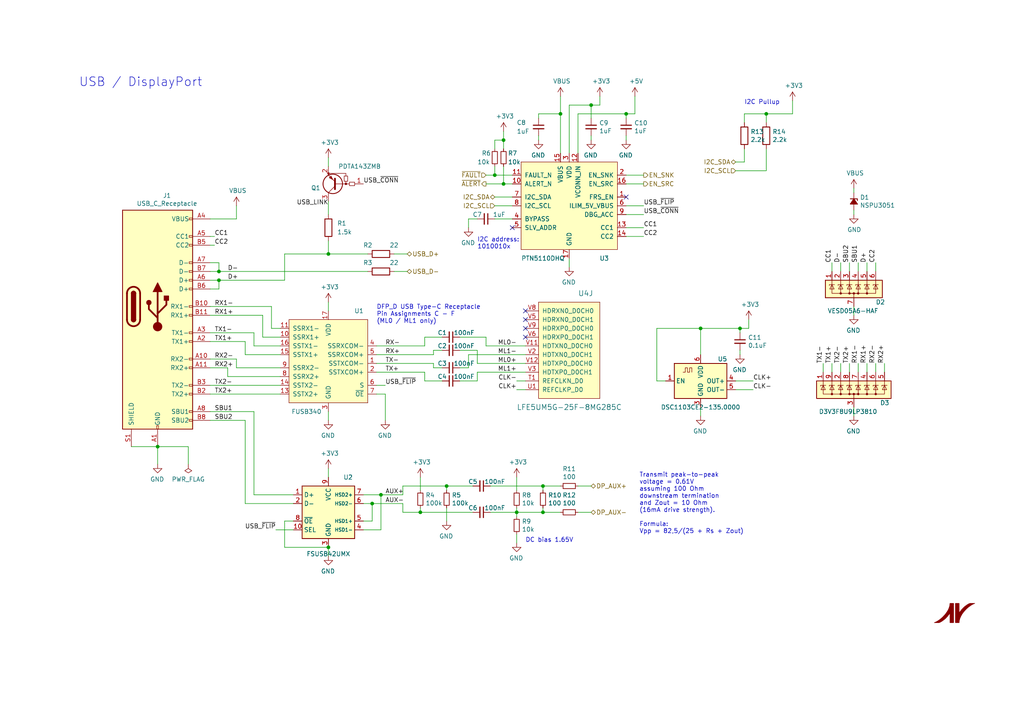
<source format=kicad_sch>
(kicad_sch (version 20210406) (generator eeschema)
  (paper "A4")
  (title_block (title "reDIP 64") (date "2021-06-12") (rev "0.2") (company "Nimrod") (comment 1 "© 2021 Dag Lem") (comment 2 "Licensed under CERN-OHL-S v2 (https://ohwr.org/cern_ohl_s_v2.txt)"))
  (junction (at 45.72 129.54) (diameter 0.9144))
  (junction (at 63.5 78.74) (diameter 0.9144))
  (junction (at 63.5 81.28) (diameter 0.9144))
  (junction (at 95.25 73.66) (diameter 0.9144))
  (junction (at 95.25 158.75) (diameter 0.9144))
  (junction (at 107.95 146.05) (diameter 0.9144))
  (junction (at 110.49 143.51) (diameter 0.9144))
  (junction (at 121.92 148.59) (diameter 0.9144))
  (junction (at 129.54 140.97) (diameter 0.9144))
  (junction (at 143.51 50.8) (diameter 0.9144))
  (junction (at 146.05 40.64) (diameter 0.9144))
  (junction (at 146.05 53.34) (diameter 0.9144))
  (junction (at 149.86 148.59) (diameter 0.9144))
  (junction (at 157.48 140.97) (diameter 0.9144))
  (junction (at 157.48 148.59) (diameter 0.9144))
  (junction (at 162.56 33.02) (diameter 0.9144))
  (junction (at 171.45 30.48) (diameter 0.9144))
  (junction (at 181.61 33.02) (diameter 0.9144))
  (junction (at 203.2 95.25) (diameter 0.9144))
  (junction (at 214.63 95.25) (diameter 0.9144))
  (junction (at 222.25 33.02) (diameter 0.9144))
  (no_connect (at 148.59 66.04))
  (no_connect (at 152.4 90.17))
  (no_connect (at 152.4 92.71))
  (no_connect (at 152.4 95.25))
  (no_connect (at 152.4 97.79))
  (no_connect (at 181.61 57.15))
  (wire (pts (xy 38.1 129.54) (xy 45.72 129.54)))
  (wire (pts (xy 45.72 129.54) (xy 45.72 134.62)))
  (wire (pts (xy 45.72 129.54) (xy 54.61 129.54)))
  (wire (pts (xy 54.61 129.54) (xy 54.61 134.62)))
  (wire (pts (xy 60.96 63.5) (xy 68.58 63.5)))
  (wire (pts (xy 60.96 68.58) (xy 62.23 68.58)))
  (wire (pts (xy 60.96 71.12) (xy 62.23 71.12)))
  (wire (pts (xy 60.96 76.2) (xy 63.5 76.2)))
  (wire (pts (xy 60.96 78.74) (xy 63.5 78.74)))
  (wire (pts (xy 60.96 81.28) (xy 63.5 81.28)))
  (wire (pts (xy 60.96 83.82) (xy 63.5 83.82)))
  (wire (pts (xy 60.96 88.9) (xy 78.74 88.9)))
  (wire (pts (xy 60.96 91.44) (xy 76.2 91.44)))
  (wire (pts (xy 60.96 96.52) (xy 73.66 96.52)))
  (wire (pts (xy 60.96 99.06) (xy 71.12 99.06)))
  (wire (pts (xy 60.96 104.14) (xy 68.58 104.14)))
  (wire (pts (xy 60.96 106.68) (xy 66.04 106.68)))
  (wire (pts (xy 60.96 111.76) (xy 81.28 111.76)))
  (wire (pts (xy 60.96 114.3) (xy 81.28 114.3)))
  (wire (pts (xy 60.96 119.38) (xy 73.66 119.38)))
  (wire (pts (xy 60.96 121.92) (xy 71.12 121.92)))
  (wire (pts (xy 63.5 78.74) (xy 63.5 76.2)))
  (wire (pts (xy 63.5 78.74) (xy 106.68 78.74)))
  (wire (pts (xy 63.5 81.28) (xy 82.55 81.28)))
  (wire (pts (xy 63.5 83.82) (xy 63.5 81.28)))
  (wire (pts (xy 66.04 106.68) (xy 66.04 109.22)))
  (wire (pts (xy 66.04 109.22) (xy 81.28 109.22)))
  (wire (pts (xy 68.58 63.5) (xy 68.58 59.69)))
  (wire (pts (xy 68.58 104.14) (xy 68.58 106.68)))
  (wire (pts (xy 68.58 106.68) (xy 81.28 106.68)))
  (wire (pts (xy 71.12 99.06) (xy 71.12 102.87)))
  (wire (pts (xy 71.12 102.87) (xy 81.28 102.87)))
  (wire (pts (xy 71.12 121.92) (xy 71.12 146.05)))
  (wire (pts (xy 71.12 146.05) (xy 85.09 146.05)))
  (wire (pts (xy 73.66 96.52) (xy 73.66 100.33)))
  (wire (pts (xy 73.66 100.33) (xy 81.28 100.33)))
  (wire (pts (xy 73.66 119.38) (xy 73.66 143.51)))
  (wire (pts (xy 73.66 143.51) (xy 85.09 143.51)))
  (wire (pts (xy 76.2 91.44) (xy 76.2 97.79)))
  (wire (pts (xy 76.2 97.79) (xy 81.28 97.79)))
  (wire (pts (xy 78.74 88.9) (xy 78.74 95.25)))
  (wire (pts (xy 78.74 95.25) (xy 81.28 95.25)))
  (wire (pts (xy 80.01 153.67) (xy 85.09 153.67)))
  (wire (pts (xy 82.55 73.66) (xy 95.25 73.66)))
  (wire (pts (xy 82.55 81.28) (xy 82.55 73.66)))
  (wire (pts (xy 82.55 151.13) (xy 82.55 158.75)))
  (wire (pts (xy 82.55 151.13) (xy 85.09 151.13)))
  (wire (pts (xy 82.55 158.75) (xy 95.25 158.75)))
  (wire (pts (xy 95.25 48.26) (xy 95.25 45.72)))
  (wire (pts (xy 95.25 62.23) (xy 95.25 58.42)))
  (wire (pts (xy 95.25 69.85) (xy 95.25 73.66)))
  (wire (pts (xy 95.25 73.66) (xy 106.68 73.66)))
  (wire (pts (xy 95.25 90.17) (xy 95.25 87.63)))
  (wire (pts (xy 95.25 119.38) (xy 95.25 121.92)))
  (wire (pts (xy 95.25 138.43) (xy 95.25 135.89)))
  (wire (pts (xy 95.25 158.75) (xy 95.25 161.29)))
  (wire (pts (xy 105.41 143.51) (xy 110.49 143.51)))
  (wire (pts (xy 105.41 146.05) (xy 107.95 146.05)))
  (wire (pts (xy 105.41 151.13) (xy 107.95 151.13)))
  (wire (pts (xy 105.41 153.67) (xy 110.49 153.67)))
  (wire (pts (xy 107.95 146.05) (xy 116.84 146.05)))
  (wire (pts (xy 107.95 151.13) (xy 107.95 146.05)))
  (wire (pts (xy 109.22 100.33) (xy 123.19 100.33)))
  (wire (pts (xy 109.22 102.87) (xy 125.73 102.87)))
  (wire (pts (xy 109.22 105.41) (xy 125.73 105.41)))
  (wire (pts (xy 109.22 107.95) (xy 123.19 107.95)))
  (wire (pts (xy 109.22 111.76) (xy 111.76 111.76)))
  (wire (pts (xy 109.22 114.3) (xy 111.76 114.3)))
  (wire (pts (xy 110.49 143.51) (xy 116.84 143.51)))
  (wire (pts (xy 110.49 153.67) (xy 110.49 143.51)))
  (wire (pts (xy 111.76 114.3) (xy 111.76 121.92)))
  (wire (pts (xy 114.3 73.66) (xy 118.11 73.66)))
  (wire (pts (xy 114.3 78.74) (xy 118.11 78.74)))
  (wire (pts (xy 116.84 140.97) (xy 129.54 140.97)))
  (wire (pts (xy 116.84 143.51) (xy 116.84 140.97)))
  (wire (pts (xy 116.84 146.05) (xy 116.84 148.59)))
  (wire (pts (xy 116.84 148.59) (xy 121.92 148.59)))
  (wire (pts (xy 121.92 142.24) (xy 121.92 138.43)))
  (wire (pts (xy 121.92 148.59) (xy 121.92 147.32)))
  (wire (pts (xy 121.92 148.59) (xy 137.16 148.59)))
  (wire (pts (xy 123.19 97.79) (xy 128.27 97.79)))
  (wire (pts (xy 123.19 100.33) (xy 123.19 97.79)))
  (wire (pts (xy 123.19 107.95) (xy 123.19 110.49)))
  (wire (pts (xy 123.19 110.49) (xy 128.27 110.49)))
  (wire (pts (xy 125.73 101.6) (xy 128.27 101.6)))
  (wire (pts (xy 125.73 102.87) (xy 125.73 101.6)))
  (wire (pts (xy 125.73 106.68) (xy 125.73 105.41)))
  (wire (pts (xy 128.27 106.68) (xy 125.73 106.68)))
  (wire (pts (xy 129.54 140.97) (xy 129.54 142.24)))
  (wire (pts (xy 129.54 140.97) (xy 137.16 140.97)))
  (wire (pts (xy 129.54 147.32) (xy 129.54 151.13)))
  (wire (pts (xy 133.35 97.79) (xy 140.97 97.79)))
  (wire (pts (xy 133.35 101.6) (xy 138.43 101.6)))
  (wire (pts (xy 135.89 63.5) (xy 135.89 66.04)))
  (wire (pts (xy 135.89 102.87) (xy 135.89 106.68)))
  (wire (pts (xy 135.89 102.87) (xy 152.4 102.87)))
  (wire (pts (xy 135.89 106.68) (xy 133.35 106.68)))
  (wire (pts (xy 138.43 63.5) (xy 135.89 63.5)))
  (wire (pts (xy 138.43 101.6) (xy 138.43 105.41)))
  (wire (pts (xy 138.43 105.41) (xy 152.4 105.41)))
  (wire (pts (xy 138.43 107.95) (xy 138.43 110.49)))
  (wire (pts (xy 138.43 107.95) (xy 152.4 107.95)))
  (wire (pts (xy 138.43 110.49) (xy 133.35 110.49)))
  (wire (pts (xy 140.97 50.8) (xy 143.51 50.8)))
  (wire (pts (xy 140.97 97.79) (xy 140.97 100.33)))
  (wire (pts (xy 140.97 100.33) (xy 152.4 100.33)))
  (wire (pts (xy 142.24 140.97) (xy 157.48 140.97)))
  (wire (pts (xy 142.24 148.59) (xy 149.86 148.59)))
  (wire (pts (xy 143.51 40.64) (xy 146.05 40.64)))
  (wire (pts (xy 143.51 43.18) (xy 143.51 40.64)))
  (wire (pts (xy 143.51 48.26) (xy 143.51 50.8)))
  (wire (pts (xy 143.51 50.8) (xy 148.59 50.8)))
  (wire (pts (xy 146.05 38.1) (xy 146.05 40.64)))
  (wire (pts (xy 146.05 40.64) (xy 146.05 43.18)))
  (wire (pts (xy 146.05 48.26) (xy 146.05 53.34)))
  (wire (pts (xy 146.05 53.34) (xy 140.97 53.34)))
  (wire (pts (xy 148.59 53.34) (xy 146.05 53.34)))
  (wire (pts (xy 148.59 57.15) (xy 143.51 57.15)))
  (wire (pts (xy 148.59 59.69) (xy 143.51 59.69)))
  (wire (pts (xy 148.59 63.5) (xy 143.51 63.5)))
  (wire (pts (xy 149.86 142.24) (xy 149.86 138.43)))
  (wire (pts (xy 149.86 148.59) (xy 149.86 147.32)))
  (wire (pts (xy 149.86 148.59) (xy 157.48 148.59)))
  (wire (pts (xy 149.86 149.86) (xy 149.86 148.59)))
  (wire (pts (xy 149.86 154.94) (xy 149.86 157.48)))
  (wire (pts (xy 152.4 110.49) (xy 149.86 110.49)))
  (wire (pts (xy 152.4 113.03) (xy 149.86 113.03)))
  (wire (pts (xy 156.21 33.02) (xy 162.56 33.02)))
  (wire (pts (xy 156.21 34.29) (xy 156.21 33.02)))
  (wire (pts (xy 156.21 39.37) (xy 156.21 40.64)))
  (wire (pts (xy 157.48 140.97) (xy 157.48 142.24)))
  (wire (pts (xy 157.48 140.97) (xy 162.56 140.97)))
  (wire (pts (xy 157.48 147.32) (xy 157.48 148.59)))
  (wire (pts (xy 157.48 148.59) (xy 162.56 148.59)))
  (wire (pts (xy 162.56 33.02) (xy 162.56 27.94)))
  (wire (pts (xy 162.56 44.45) (xy 162.56 33.02)))
  (wire (pts (xy 165.1 30.48) (xy 165.1 44.45)))
  (wire (pts (xy 165.1 30.48) (xy 171.45 30.48)))
  (wire (pts (xy 165.1 74.93) (xy 165.1 77.47)))
  (wire (pts (xy 167.64 33.02) (xy 167.64 44.45)))
  (wire (pts (xy 167.64 33.02) (xy 181.61 33.02)))
  (wire (pts (xy 167.64 140.97) (xy 171.45 140.97)))
  (wire (pts (xy 167.64 148.59) (xy 171.45 148.59)))
  (wire (pts (xy 171.45 30.48) (xy 171.45 34.29)))
  (wire (pts (xy 171.45 30.48) (xy 173.99 30.48)))
  (wire (pts (xy 171.45 39.37) (xy 171.45 40.64)))
  (wire (pts (xy 173.99 27.94) (xy 173.99 30.48)))
  (wire (pts (xy 181.61 33.02) (xy 181.61 34.29)))
  (wire (pts (xy 181.61 33.02) (xy 184.15 33.02)))
  (wire (pts (xy 181.61 39.37) (xy 181.61 40.64)))
  (wire (pts (xy 181.61 50.8) (xy 186.69 50.8)))
  (wire (pts (xy 181.61 53.34) (xy 186.69 53.34)))
  (wire (pts (xy 181.61 59.69) (xy 186.69 59.69)))
  (wire (pts (xy 181.61 62.23) (xy 186.69 62.23)))
  (wire (pts (xy 181.61 66.04) (xy 186.69 66.04)))
  (wire (pts (xy 181.61 68.58) (xy 186.69 68.58)))
  (wire (pts (xy 184.15 27.94) (xy 184.15 33.02)))
  (wire (pts (xy 190.5 95.25) (xy 190.5 110.49)))
  (wire (pts (xy 190.5 95.25) (xy 203.2 95.25)))
  (wire (pts (xy 193.04 110.49) (xy 190.5 110.49)))
  (wire (pts (xy 203.2 95.25) (xy 203.2 102.87)))
  (wire (pts (xy 203.2 118.11) (xy 203.2 120.65)))
  (wire (pts (xy 213.36 46.99) (xy 215.9 46.99)))
  (wire (pts (xy 213.36 49.53) (xy 222.25 49.53)))
  (wire (pts (xy 213.36 110.49) (xy 218.44 110.49)))
  (wire (pts (xy 213.36 113.03) (xy 218.44 113.03)))
  (wire (pts (xy 214.63 95.25) (xy 203.2 95.25)))
  (wire (pts (xy 214.63 96.52) (xy 214.63 95.25)))
  (wire (pts (xy 214.63 101.6) (xy 214.63 102.87)))
  (wire (pts (xy 215.9 33.02) (xy 215.9 35.56)))
  (wire (pts (xy 215.9 46.99) (xy 215.9 43.18)))
  (wire (pts (xy 217.17 95.25) (xy 214.63 95.25)))
  (wire (pts (xy 217.17 95.25) (xy 217.17 92.71)))
  (wire (pts (xy 222.25 33.02) (xy 215.9 33.02)))
  (wire (pts (xy 222.25 33.02) (xy 222.25 35.56)))
  (wire (pts (xy 222.25 33.02) (xy 229.87 33.02)))
  (wire (pts (xy 222.25 43.18) (xy 222.25 49.53)))
  (wire (pts (xy 229.87 29.21) (xy 229.87 33.02)))
  (wire (pts (xy 238.76 107.95) (xy 238.76 105.41)))
  (wire (pts (xy 241.3 78.74) (xy 241.3 76.2)))
  (wire (pts (xy 241.3 107.95) (xy 241.3 105.41)))
  (wire (pts (xy 243.84 78.74) (xy 243.84 76.2)))
  (wire (pts (xy 243.84 107.95) (xy 243.84 105.41)))
  (wire (pts (xy 246.38 78.74) (xy 246.38 76.2)))
  (wire (pts (xy 246.38 107.95) (xy 246.38 105.41)))
  (wire (pts (xy 247.65 55.88) (xy 247.65 54.61)))
  (wire (pts (xy 247.65 60.96) (xy 247.65 62.23)))
  (wire (pts (xy 247.65 88.9) (xy 247.65 91.44)))
  (wire (pts (xy 247.65 118.11) (xy 247.65 120.65)))
  (wire (pts (xy 248.92 78.74) (xy 248.92 76.2)))
  (wire (pts (xy 248.92 107.95) (xy 248.92 105.41)))
  (wire (pts (xy 251.46 78.74) (xy 251.46 76.2)))
  (wire (pts (xy 251.46 107.95) (xy 251.46 105.41)))
  (wire (pts (xy 254 78.74) (xy 254 76.2)))
  (wire (pts (xy 254 107.95) (xy 254 105.41)))
  (wire (pts (xy 256.54 107.95) (xy 256.54 105.41)))
  (text "USB / DisplayPort" (at 22.86 25.4 0) (effects (font (size 2.54 2.54)) (justify left bottom)))
  (text "DFP_D USB Type-C Receptacle\nPin Assignments C - F\n(ML0 / ML1 only)" (at 109.22 93.98 0) (effects (font (size 1.27 1.27)) (justify left bottom)))
  (text "I2C address:\n1010010x" (at 138.43 72.39 0) (effects (font (size 1.27 1.27)) (justify left bottom)))
  (text "DC bias 1.65V" (at 152.4 157.48 0) (effects (font (size 1.27 1.27)) (justify left bottom)))
  (text "Transmit peak-to-peak\nvoltage = 0.61V\nassuming 100 Ohm\ndownstream termination\nand Zout = 10 Ohm\n(16mA drive strength).\n\nFormula:\nVpp = 82,5/(25 + Rs + Zout)" (at 185.42 154.94 0) (effects (font (size 1.27 1.27)) (justify left bottom)))
  (text "I2C Pullup" (at 215.9 30.48 0) (effects (font (size 1.27 1.27)) (justify left bottom)))
  (label "CC1" (at 62.23 68.58 0))
  (label "CC2" (at 62.23 71.12 0))
  (label "RX1-" (at 62.23 88.9 0))
  (label "RX1+" (at 62.23 91.44 0))
  (label "TX1-" (at 62.23 96.52 0))
  (label "TX1+" (at 62.23 99.06 0))
  (label "RX2-" (at 62.23 104.14 0))
  (label "RX2+" (at 62.23 106.68 0))
  (label "TX2-" (at 62.23 111.76 0))
  (label "TX2+" (at 62.23 114.3 0))
  (label "SBU1" (at 62.23 119.38 0))
  (label "SBU2" (at 62.23 121.92 0))
  (label "D-" (at 66.04 78.74 0))
  (label "D+" (at 66.04 81.28 0))
  (label "USB_~FLIP~" (at 80.01 153.67 180))
  (label "USB_LINK" (at 95.25 59.69 180))
  (label "USB_~CONN~" (at 105.41 53.34 0))
  (label "RX-" (at 111.76 100.33 0))
  (label "RX+" (at 111.76 102.87 0))
  (label "TX-" (at 111.76 105.41 0))
  (label "TX+" (at 111.76 107.95 0))
  (label "USB_~FLIP~" (at 111.76 111.76 0))
  (label "AUX+" (at 111.76 143.51 0))
  (label "AUX-" (at 111.76 146.05 0))
  (label "ML0-" (at 149.86 100.33 180))
  (label "ML1-" (at 149.86 102.87 180))
  (label "ML0+" (at 149.86 105.41 180))
  (label "ML1+" (at 149.86 107.95 180))
  (label "CLK-" (at 149.86 110.49 180))
  (label "CLK+" (at 149.86 113.03 180))
  (label "USB_~FLIP~" (at 186.69 59.69 0))
  (label "USB_~CONN~" (at 186.69 62.23 0))
  (label "CC1" (at 186.69 66.04 0))
  (label "CC2" (at 186.69 68.58 0))
  (label "CLK+" (at 218.44 110.49 0))
  (label "CLK-" (at 218.44 113.03 0))
  (label "TX1-" (at 238.76 105.41 90))
  (label "CC1" (at 241.3 76.2 90))
  (label "TX1+" (at 241.3 105.41 90))
  (label "D-" (at 243.84 76.2 90))
  (label "TX2-" (at 243.84 105.41 90))
  (label "SBU2" (at 246.38 76.2 90))
  (label "TX2+" (at 246.38 105.41 90))
  (label "SBU1" (at 248.92 76.2 90))
  (label "RX1-" (at 248.92 105.41 90))
  (label "D+" (at 251.46 76.2 90))
  (label "RX1+" (at 251.46 105.41 90))
  (label "CC2" (at 254 76.2 90))
  (label "RX2-" (at 254 105.41 90))
  (label "RX2+" (at 256.54 105.41 90))
  (hierarchical_label "USB_D+" (shape bidirectional) (at 118.11 73.66 0))
  (hierarchical_label "USB_D-" (shape bidirectional) (at 118.11 78.74 0))
  (hierarchical_label "~FAULT~" (shape input) (at 140.97 50.8 180))
  (hierarchical_label "~ALERT~" (shape output) (at 140.97 53.34 180))
  (hierarchical_label "I2C_SDA" (shape bidirectional) (at 143.51 57.15 180))
  (hierarchical_label "I2C_SCL" (shape input) (at 143.51 59.69 180))
  (hierarchical_label "DP_AUX+" (shape bidirectional) (at 171.45 140.97 0))
  (hierarchical_label "DP_AUX-" (shape bidirectional) (at 171.45 148.59 0))
  (hierarchical_label "EN_SNK" (shape output) (at 186.69 50.8 0))
  (hierarchical_label "EN_SRC" (shape output) (at 186.69 53.34 0))
  (hierarchical_label "I2C_SDA" (shape bidirectional) (at 213.36 46.99 180))
  (hierarchical_label "I2C_SCL" (shape input) (at 213.36 49.53 180))
  (symbol (lib_id "power:VBUS") (at 68.58 59.69 0) (unit 1)
    (property "Reference" "#PWR02" (effects hide))
    (property "Value" "VBUS" (at 68.961 55.2958 0))
  )
  (symbol (lib_id "power:+3V3") (at 95.25 45.72 0) (unit 1)
    (property "Reference" "#PWR03" (effects hide))
    (property "Value" "+3V3" (at 95.631 41.3258 0))
  )
  (symbol (lib_id "power:+3V3") (at 95.25 87.63 0) (unit 1)
    (property "Reference" "#PWR04" (effects hide))
    (property "Value" "+3V3" (at 95.631 83.2358 0))
  )
  (symbol (lib_id "power:+3V3") (at 95.25 135.89 0) (unit 1)
    (property "Reference" "#PWR06" (effects hide))
    (property "Value" "+3V3" (at 95.631 131.4958 0))
  )
  (symbol (lib_id "power:+3V3") (at 121.92 138.43 0) (unit 1)
    (property "Reference" "#PWR09" (effects hide))
    (property "Value" "+3V3" (at 122.301 134.0358 0))
  )
  (symbol (lib_id "power:+3V3") (at 146.05 38.1 0) (unit 1)
    (property "Reference" "#PWR012" (effects hide))
    (property "Value" "+3V3" (at 146.431 33.7058 0))
  )
  (symbol (lib_id "power:+3V3") (at 149.86 138.43 0) (unit 1)
    (property "Reference" "#PWR013" (effects hide))
    (property "Value" "+3V3" (at 150.241 134.0358 0))
  )
  (symbol (lib_id "power:VBUS") (at 162.56 27.94 0) (unit 1)
    (property "Reference" "#PWR016" (effects hide))
    (property "Value" "VBUS" (at 162.941 23.5458 0))
  )
  (symbol (lib_id "power:+3V3") (at 173.99 27.94 0) (unit 1)
    (property "Reference" "#PWR019" (effects hide))
    (property "Value" "+3V3" (at 174.371 23.5458 0))
  )
  (symbol (lib_id "power:+5V") (at 184.15 27.94 0) (unit 1)
    (property "Reference" "#PWR021" (effects hide))
    (property "Value" "+5V" (at 184.531 23.5458 0))
  )
  (symbol (lib_id "power:+3V3") (at 217.17 92.71 0) (unit 1)
    (property "Reference" "#PWR024" (effects hide))
    (property "Value" "+3V3" (at 217.551 88.3158 0))
  )
  (symbol (lib_id "power:+3V3") (at 229.87 29.21 0) (unit 1)
    (property "Reference" "#PWR025" (effects hide))
    (property "Value" "+3V3" (at 230.251 24.8158 0))
  )
  (symbol (lib_id "power:VBUS") (at 247.65 54.61 0) (unit 1)
    (property "Reference" "#PWR026" (effects hide))
    (property "Value" "VBUS" (at 248.031 50.2158 0))
  )
  (symbol (lib_id "power:PWR_FLAG") (at 54.61 134.62 180) (unit 1)
    (property "Reference" "#FLG01" (effects hide))
    (property "Value" "PWR_FLAG" (at 54.61 139.0142 0))
  )
  (symbol (lib_id "power:GND") (at 45.72 134.62 0) (mirror y) (unit 1)
    (property "Reference" "#PWR01" (effects hide))
    (property "Value" "GND" (at 45.593 139.0142 0))
  )
  (symbol (lib_id "power:GND") (at 95.25 121.92 0) (mirror y) (unit 1)
    (property "Reference" "#PWR05" (effects hide))
    (property "Value" "GND" (at 95.123 126.3142 0))
  )
  (symbol (lib_id "power:GND") (at 95.25 161.29 0) (mirror y) (unit 1)
    (property "Reference" "#PWR07" (effects hide))
    (property "Value" "GND" (at 95.123 165.6842 0))
  )
  (symbol (lib_id "power:GND") (at 111.76 121.92 0) (mirror y) (unit 1)
    (property "Reference" "#PWR08" (effects hide))
    (property "Value" "GND" (at 111.633 126.3142 0))
  )
  (symbol (lib_id "power:GND") (at 129.54 151.13 0) (mirror y) (unit 1)
    (property "Reference" "#PWR010" (effects hide))
    (property "Value" "GND" (at 129.413 155.5242 0))
  )
  (symbol (lib_id "power:GND") (at 135.89 66.04 0) (mirror y) (unit 1)
    (property "Reference" "#PWR011" (effects hide))
    (property "Value" "GND" (at 135.763 70.4342 0))
  )
  (symbol (lib_id "power:GND") (at 149.86 157.48 0) (mirror y) (unit 1)
    (property "Reference" "#PWR014" (effects hide))
    (property "Value" "GND" (at 149.733 161.8742 0))
  )
  (symbol (lib_id "power:GND") (at 156.21 40.64 0) (mirror y) (unit 1)
    (property "Reference" "#PWR015" (effects hide))
    (property "Value" "GND" (at 156.083 45.0342 0))
  )
  (symbol (lib_id "power:GND") (at 165.1 77.47 0) (mirror y) (unit 1)
    (property "Reference" "#PWR017" (effects hide))
    (property "Value" "GND" (at 164.973 81.8642 0))
  )
  (symbol (lib_id "power:GND") (at 171.45 40.64 0) (mirror y) (unit 1)
    (property "Reference" "#PWR018" (effects hide))
    (property "Value" "GND" (at 171.323 45.0342 0))
  )
  (symbol (lib_id "power:GND") (at 181.61 40.64 0) (mirror y) (unit 1)
    (property "Reference" "#PWR020" (effects hide))
    (property "Value" "GND" (at 181.483 45.0342 0))
  )
  (symbol (lib_id "power:GND") (at 203.2 120.65 0) (mirror y) (unit 1)
    (property "Reference" "#PWR022" (effects hide))
    (property "Value" "GND" (at 203.073 125.0442 0))
  )
  (symbol (lib_id "power:GND") (at 214.63 102.87 0) (mirror y) (unit 1)
    (property "Reference" "#PWR023" (effects hide))
    (property "Value" "GND" (at 214.503 107.2642 0))
  )
  (symbol (lib_id "power:GND") (at 247.65 62.23 0) (unit 1)
    (property "Reference" "#PWR027" (effects hide))
    (property "Value" "GND" (at 247.777 66.6242 0))
  )
  (symbol (lib_id "power:GND") (at 247.65 91.44 0) (mirror y) (unit 1)
    (property "Reference" "#PWR028" (effects hide))
    (property "Value" "GND" (at 247.523 95.8342 0))
  )
  (symbol (lib_id "power:GND") (at 247.65 120.65 0) (mirror y) (unit 1)
    (property "Reference" "#PWR029" (effects hide))
    (property "Value" "GND" (at 247.523 125.0442 0))
  )
  (symbol (lib_id "Device:R_Small") (at 121.92 144.78 0) (unit 1)
    (property "Reference" "R4" (at 123.4186 143.6116 0) (effects (justify left)))
    (property "Value" "100k" (at 123.4186 145.923 0) (effects (justify left)))
    (property "Footprint" "Resistor_SMD:R_0201_0603Metric" (effects hide))
    (property "Datasheet" "https://b2b-api.panasonic.eu/file_stream/pids/fileversion/1242" (effects hide))
    (property "Description" "RES 100kΩ 50mW 5% 0201" (effects hide))
    (property "Mfg" "Panasonic" (effects hide))
    (property "PN" "ERJ-1GNJ104C" (effects hide))
  )
  (symbol (lib_id "Device:R_Small") (at 129.54 144.78 0) (unit 1)
    (property "Reference" "R5" (at 131.0386 143.6116 0) (effects (justify left)))
    (property "Value" "100k" (at 131.0386 145.923 0) (effects (justify left)))
    (property "Footprint" "Resistor_SMD:R_0201_0603Metric" (effects hide))
    (property "Datasheet" "https://b2b-api.panasonic.eu/file_stream/pids/fileversion/1242" (effects hide))
    (property "Description" "RES 100kΩ 50mW 5% 0201" (effects hide))
    (property "Mfg" "Panasonic" (effects hide))
    (property "PN" "ERJ-1GNJ104C" (effects hide))
  )
  (symbol (lib_id "Device:R_Small") (at 143.51 45.72 0) (unit 1)
    (property "Reference" "R6" (at 139.7 44.45 0) (effects (justify left)))
    (property "Value" "10k" (at 138.43 46.99 0) (effects (justify left)))
    (property "Footprint" "Resistor_SMD:R_0201_0603Metric" (effects hide))
    (property "Datasheet" "https://b2b-api.panasonic.eu/file_stream/pids/fileversion/1242" (effects hide))
    (property "Description" "RES 10kΩ 50mW 5% 0201" (effects hide))
    (property "Mfg" "Panasonic" (effects hide))
    (property "PN" "ERJ-1GNJ103C" (effects hide))
  )
  (symbol (lib_id "Device:R_Small") (at 146.05 45.72 0) (unit 1)
    (property "Reference" "R7" (at 147.32 44.45 0) (effects (justify left)))
    (property "Value" "10k" (at 147.32 46.99 0) (effects (justify left)))
    (property "Footprint" "Resistor_SMD:R_0201_0603Metric" (effects hide))
    (property "Datasheet" "https://b2b-api.panasonic.eu/file_stream/pids/fileversion/1242" (effects hide))
    (property "Description" "RES 10kΩ 50mW 5% 0201" (effects hide))
    (property "Mfg" "Panasonic" (effects hide))
    (property "PN" "ERJ-1GNJ103C" (effects hide))
  )
  (symbol (lib_id "Device:R_Small") (at 149.86 144.78 0) (unit 1)
    (property "Reference" "R8" (at 151.3586 143.6116 0) (effects (justify left)))
    (property "Value" "10k" (at 151.3586 145.923 0) (effects (justify left)))
    (property "Footprint" "Resistor_SMD:R_0201_0603Metric" (effects hide))
    (property "Datasheet" "https://b2b-api.panasonic.eu/file_stream/pids/fileversion/1242" (effects hide))
    (property "Description" "RES 10kΩ 50mW 5% 0201" (effects hide))
    (property "Mfg" "Panasonic" (effects hide))
    (property "PN" "ERJ-1GNJ103C" (effects hide))
  )
  (symbol (lib_id "Device:R_Small") (at 149.86 152.4 0) (unit 1)
    (property "Reference" "R9" (at 151.3586 151.2316 0) (effects (justify left)))
    (property "Value" "10k" (at 151.3586 153.543 0) (effects (justify left)))
    (property "Footprint" "Resistor_SMD:R_0201_0603Metric" (effects hide))
    (property "Datasheet" "https://b2b-api.panasonic.eu/file_stream/pids/fileversion/1242" (effects hide))
    (property "Description" "RES 10kΩ 50mW 5% 0201" (effects hide))
    (property "Mfg" "Panasonic" (effects hide))
    (property "PN" "ERJ-1GNJ103C" (effects hide))
  )
  (symbol (lib_id "Device:R_Small") (at 157.48 144.78 0) (unit 1)
    (property "Reference" "R10" (at 158.9786 143.6116 0) (effects (justify left)))
    (property "Value" "100" (at 158.9786 145.923 0) (effects (justify left)))
    (property "Footprint" "Resistor_SMD:R_0201_0603Metric" (effects hide))
    (property "Datasheet" "https://b2b-api.panasonic.eu/file_stream/pids/fileversion/1242" (effects hide))
    (property "Description" "RES 100Ω 50mW 1% 0201" (effects hide))
    (property "Mfg" "Panasonic" (effects hide))
    (property "PN" "ERJ-1GNF1000C" (effects hide))
  )
  (symbol (lib_id "Device:R_Small") (at 165.1 140.97 270) (unit 1)
    (property "Reference" "R11" (at 165.1 135.9916 90))
    (property "Value" "100" (at 165.1 138.303 90))
    (property "Footprint" "Resistor_SMD:R_0201_0603Metric" (effects hide))
    (property "Datasheet" "https://b2b-api.panasonic.eu/file_stream/pids/fileversion/1242" (effects hide))
    (property "Description" "RES 100Ω 50mW 1% 0201" (effects hide))
    (property "Mfg" "Panasonic" (effects hide))
    (property "PN" "ERJ-1GNF1000C" (effects hide))
  )
  (symbol (lib_id "Device:R_Small") (at 165.1 148.59 270) (unit 1)
    (property "Reference" "R12" (at 165.1 143.6116 90))
    (property "Value" "100" (at 165.1 145.923 90))
    (property "Footprint" "Resistor_SMD:R_0201_0603Metric" (effects hide))
    (property "Datasheet" "https://b2b-api.panasonic.eu/file_stream/pids/fileversion/1242" (effects hide))
    (property "Description" "RES 100Ω 50mW 1% 0201" (effects hide))
    (property "Mfg" "Panasonic" (effects hide))
    (property "PN" "ERJ-1GNF1000C" (effects hide))
  )
  (symbol (lib_id "Device:D_Zener_Small_Filled") (at 247.65 58.42 270) (unit 1)
    (property "Reference" "D1" (at 249.428 57.2516 90) (effects (justify left)))
    (property "Value" "NSPU3051" (at 249.428 59.563 90) (effects (justify left)))
    (property "Footprint" "ONSemi:CASE714AB_1.0x0.6mm" (effects hide))
    (property "Datasheet" "https://www.onsemi.com/pdf/datasheet/nspu3051-d.pdf" (effects hide))
    (property "Description" "DIODE ESD VRWM 5.5V 0201" (effects hide))
    (property "Mfg" "ON Semiconductor" (effects hide))
    (property "PN" "NSPU3051N2T5G" (effects hide))
  )
  (symbol (lib_id "Device:R") (at 95.25 66.04 180) (unit 1)
    (property "Reference" "R1" (at 97.79 64.77 0) (effects (justify right)))
    (property "Value" "1.5k" (at 97.79 67.31 0) (effects (justify right)))
    (property "Footprint" "Resistor_SMD:R_0201_0603Metric" (effects hide))
    (property "Datasheet" "https://b2b-api.panasonic.eu/file_stream/pids/fileversion/1242" (effects hide))
    (property "Mfg" "Panasonic" (effects hide))
    (property "PN" "ERJ-1GNJ152C" (effects hide))
    (property "Description" "RES 1.5kΩ 50mW 5% 0201" (effects hide))
  )
  (symbol (lib_id "Device:R") (at 110.49 73.66 270) (unit 1)
    (property "Reference" "R2" (at 106.68 71.12 90))
    (property "Value" "22" (at 114.3 71.12 90))
    (property "Footprint" "Resistor_SMD:R_0201_0603Metric" (effects hide))
    (property "Datasheet" "https://b2b-api.panasonic.eu/file_stream/pids/fileversion/1242" (effects hide))
    (property "Description" "RES 22Ω 50mW 5% 0201" (effects hide))
    (property "Mfg" "Panasonic" (effects hide))
    (property "PN" "ERJ-1GNJ220C" (effects hide))
  )
  (symbol (lib_id "Device:R") (at 110.49 78.74 270) (unit 1)
    (property "Reference" "R3" (at 106.68 76.2 90))
    (property "Value" "22" (at 114.3 76.2 90))
    (property "Footprint" "Resistor_SMD:R_0201_0603Metric" (effects hide))
    (property "Datasheet" "https://b2b-api.panasonic.eu/file_stream/pids/fileversion/1242" (effects hide))
    (property "Description" "RES 22Ω 50mW 5% 0201" (effects hide))
    (property "Mfg" "Panasonic" (effects hide))
    (property "PN" "ERJ-1GNJ220C" (effects hide))
  )
  (symbol (lib_id "Device:R") (at 215.9 39.37 180) (unit 1)
    (property "Reference" "R13" (at 217.678 38.2016 0) (effects (justify right)))
    (property "Value" "2.2k" (at 217.678 40.513 0) (effects (justify right)))
    (property "Footprint" "Resistor_SMD:R_0201_0603Metric" (effects hide))
    (property "Datasheet" "https://b2b-api.panasonic.eu/file_stream/pids/fileversion/1242" (effects hide))
    (property "Mfg" "Panasonic" (effects hide))
    (property "PN" "ERJ-1GNJ222C" (effects hide))
    (property "Description" "RES 2.2kΩ 50mW 5% 0201" (effects hide))
  )
  (symbol (lib_id "Device:R") (at 222.25 39.37 180) (unit 1)
    (property "Reference" "R14" (at 224.028 38.2016 0) (effects (justify right)))
    (property "Value" "2.2k" (at 224.028 40.513 0) (effects (justify right)))
    (property "Footprint" "Resistor_SMD:R_0201_0603Metric" (effects hide))
    (property "Datasheet" "https://b2b-api.panasonic.eu/file_stream/pids/fileversion/1242" (effects hide))
    (property "Mfg" "Panasonic" (effects hide))
    (property "PN" "ERJ-1GNJ222C" (effects hide))
    (property "Description" "RES 2.2kΩ 50mW 5% 0201" (effects hide))
  )
  (symbol (lib_id "Device:C_Small") (at 130.81 97.79 270) (unit 1)
    (property "Reference" "C1" (at 128.27 96.52 90))
    (property "Value" "100nF" (at 134.62 96.52 90))
    (property "Footprint" "Capacitor_SMD:C_0201_0603Metric" (effects hide))
    (property "Datasheet" "https://www.murata.com/products/productdetail.aspx?partno=GRM033R60J104KE19D" (effects hide))
    (property "Description" "CAP CER 100nF 6.3V 10% X5R 0201" (effects hide))
    (property "Mfg" "Murata" (effects hide))
    (property "PN" "GRM033R60J224KE15D" (effects hide))
  )
  (symbol (lib_id "Device:C_Small") (at 130.81 101.6 270) (unit 1)
    (property "Reference" "C2" (at 128.27 100.33 90))
    (property "Value" "100nF" (at 134.62 100.33 90))
    (property "Footprint" "Capacitor_SMD:C_0201_0603Metric" (effects hide))
    (property "Datasheet" "https://www.murata.com/products/productdetail.aspx?partno=GRM033R60J104KE19D" (effects hide))
    (property "Description" "CAP CER 100nF 6.3V 10% X5R 0201" (effects hide))
    (property "Mfg" "Murata" (effects hide))
    (property "PN" "GRM033R60J224KE15D" (effects hide))
  )
  (symbol (lib_id "Device:C_Small") (at 130.81 106.68 270) (unit 1)
    (property "Reference" "C3" (at 128.27 105.41 90))
    (property "Value" "100nF" (at 134.62 105.41 90))
    (property "Footprint" "Capacitor_SMD:C_0201_0603Metric" (effects hide))
    (property "Datasheet" "https://www.murata.com/products/productdetail.aspx?partno=GRM033R60J104KE19D" (effects hide))
    (property "Description" "CAP CER 100nF 6.3V 10% X5R 0201" (effects hide))
    (property "Mfg" "Murata" (effects hide))
    (property "PN" "GRM033R60J224KE15D" (effects hide))
  )
  (symbol (lib_id "Device:C_Small") (at 130.81 110.49 270) (unit 1)
    (property "Reference" "C4" (at 128.27 109.22 90))
    (property "Value" "100nF" (at 134.62 109.22 90))
    (property "Footprint" "Capacitor_SMD:C_0201_0603Metric" (effects hide))
    (property "Datasheet" "https://www.murata.com/products/productdetail.aspx?partno=GRM033R60J104KE19D" (effects hide))
    (property "Description" "CAP CER 100nF 6.3V 10% X5R 0201" (effects hide))
    (property "Mfg" "Murata" (effects hide))
    (property "PN" "GRM033R60J224KE15D" (effects hide))
  )
  (symbol (lib_id "Device:C_Small") (at 139.7 140.97 270) (unit 1)
    (property "Reference" "C5" (at 137.16 139.7 90))
    (property "Value" "100nF" (at 143.51 139.7 90))
    (property "Footprint" "Capacitor_SMD:C_0201_0603Metric" (effects hide))
    (property "Datasheet" "https://www.murata.com/products/productdetail.aspx?partno=GRM033R60J104KE19D" (effects hide))
    (property "Description" "CAP CER 100nF 6.3V 10% X5R 0201" (effects hide))
    (property "Mfg" "Murata" (effects hide))
    (property "PN" "GRM033R60J224KE15D" (effects hide))
  )
  (symbol (lib_id "Device:C_Small") (at 139.7 148.59 270) (unit 1)
    (property "Reference" "C6" (at 137.16 147.32 90))
    (property "Value" "100nF" (at 143.51 147.32 90))
    (property "Footprint" "Capacitor_SMD:C_0201_0603Metric" (effects hide))
    (property "Datasheet" "https://www.murata.com/products/productdetail.aspx?partno=GRM033R60J104KE19D" (effects hide))
    (property "Description" "CAP CER 100nF 6.3V 10% X5R 0201" (effects hide))
    (property "Mfg" "Murata" (effects hide))
    (property "PN" "GRM033R60J224KE15D" (effects hide))
  )
  (symbol (lib_id "Device:C_Small") (at 140.97 63.5 270) (unit 1)
    (property "Reference" "C7" (at 138.43 62.23 90))
    (property "Value" "1uF" (at 144.78 62.23 90))
    (property "Footprint" "Capacitor_SMD:C_0201_0603Metric" (effects hide))
    (property "Datasheet" "https://www.murata.com/products/productdetail.aspx?partno=GRM035R60J475ME15D" (effects hide))
    (property "Description" "CAP CER 4.7uF 6.3V 20% X5R 0201" (effects hide))
    (property "Mfg" "Murata" (effects hide))
    (property "Notes" "3.3V DC DERATED TO 1uF" (effects hide))
    (property "PN" "GRM035R60J475ME15D" (effects hide))
  )
  (symbol (lib_id "Device:C_Small") (at 156.21 36.83 0) (unit 1)
    (property "Reference" "C8" (at 149.86 35.56 0) (effects (justify left)))
    (property "Value" "1uF" (at 149.86 38.1 0) (effects (justify left)))
    (property "Footprint" "Capacitor_SMD:C_0201_0603Metric" (effects hide))
    (property "Datasheet" "https://www.murata.com/products/productdetail.aspx?partno=GRM035R60J475ME15D" (effects hide))
    (property "Description" "CAP CER 4.7uF 6.3V 20% X5R 0201" (effects hide))
    (property "Mfg" "Murata" (effects hide))
    (property "Notes" "3.3V DC DERATED TO 1uF" (effects hide))
    (property "PN" "GRM035R60J475ME15D" (effects hide))
  )
  (symbol (lib_id "Device:C_Small") (at 171.45 36.83 0) (unit 1)
    (property "Reference" "C9" (at 173.7868 35.6616 0) (effects (justify left)))
    (property "Value" "1uF" (at 173.7868 37.973 0) (effects (justify left)))
    (property "Footprint" "Capacitor_SMD:C_0201_0603Metric" (effects hide))
    (property "Datasheet" "https://www.murata.com/products/productdetail.aspx?partno=GRM035R60J475ME15D" (effects hide))
    (property "Description" "CAP CER 4.7uF 6.3V 20% X5R 0201" (effects hide))
    (property "Mfg" "Murata" (effects hide))
    (property "Notes" "3.3V DC DERATED TO 1uF" (effects hide))
    (property "PN" "GRM035R60J475ME15D" (effects hide))
  )
  (symbol (lib_id "Device:C_Small") (at 181.61 36.83 0) (unit 1)
    (property "Reference" "C10" (at 183.9468 35.6616 0) (effects (justify left)))
    (property "Value" "1uF" (at 183.9468 37.973 0) (effects (justify left)))
    (property "Footprint" "Capacitor_SMD:C_0201_0603Metric" (effects hide))
    (property "Datasheet" "https://www.murata.com/products/productdetail.aspx?partno=GRM035R60J475ME15D" (effects hide))
    (property "Description" "CAP CER 4.7uF 6.3V 20% X5R 0201" (effects hide))
    (property "Mfg" "Murata" (effects hide))
    (property "Notes" "3.3V DC DERATED TO 1uF" (effects hide))
    (property "PN" "GRM035R60J475ME15D" (effects hide))
  )
  (symbol (lib_id "Device:C_Small") (at 214.63 99.06 0) (unit 1)
    (property "Reference" "C11" (at 216.9668 97.8916 0) (effects (justify left)))
    (property "Value" "0.1uF" (at 216.9668 100.203 0) (effects (justify left)))
    (property "Footprint" "Capacitor_SMD:C_0201_0603Metric" (effects hide))
    (property "Datasheet" "https://www.murata.com/products/productdetail.aspx?partno=GRM033R60J224KE15D" (effects hide))
    (property "Mfg" "Murata" (effects hide))
    (property "PN" "GRM033R60J224KE15D" (effects hide))
    (property "Description" "CAP CER 0.22uF 6.3V 20% X5R 0201" (effects hide))
    (property "Notes" "3.3V DC DERATED TO 0.1uF" (effects hide))
  )
  (symbol (lib_id "reDIP:Nimrod-Logo-N") (at 276.86 177.8 0) (unit 1)
    (property "Reference" "#LOGO2" (effects hide))
    (property "Value" "Nimrod-Logo-N" (effects hide))
  )
  (symbol (lib_id "Device:Q_PNP_BEC_BRT") (at 96.52 53.34 180) (unit 1)
    (property "Reference" "Q1" (at 92.964 54.5084 0) (effects (justify left)))
    (property "Value" "PDTA143ZMB" (at 110.49 48.26 0) (effects (justify left)))
    (property "Footprint" "Nexperia:SOT-883" (effects hide))
    (property "Datasheet" "https://assets.nexperia.com/documents/data-sheet/PDTA143ZMB.pdf" (effects hide))
    (property "Description" "TRANSISTOR PNP RET R1=4.7kΩ R2=47kΩ 100mA SOT883B" (effects hide))
    (property "Mfg" "Nexperia" (effects hide))
    (property "PN" "PDTA143ZMB\\,315" (effects hide))
  )
  (symbol (lib_id "Vishay:VESD05A6-HAF") (at 247.65 83.82 0) (unit 1)
    (property "Reference" "D2" (at 254 87.63 0) (effects (justify left)))
    (property "Value" "VESD05A6-HAF" (at 240.03 90.17 0) (effects (justify left)))
    (property "Footprint" "Vishay:LLP75-7L" (effects hide))
    (property "Datasheet" "https://vishay.com/docs/81311/vesd05a6.pdf" (effects hide))
    (property "Description" "IC ESD ARRAY VRWM 5V LLP75-7L" (effects hide))
    (property "Mfg" "Vishay" (effects hide))
    (property "PN" "VESD05A6-HAF-GS08" (effects hide))
  )
  (symbol (lib_id "Diodes:D3V3F8U9LP3810") (at 247.65 113.03 0) (unit 1)
    (property "Reference" "D3" (at 255.27 116.84 0) (effects (justify left)))
    (property "Value" "D3V3F8U9LP3810" (at 237.49 119.38 0) (effects (justify left)))
    (property "Footprint" "Diodes:U-DFN3810-9" (effects hide))
    (property "Datasheet" "https://www.diodes.com/assets/Datasheets/D3V3F8U9LP3810.pdf" (effects hide))
    (property "Description" "IC ESD ARRAY VRWM 3.3V U-DFN3810-09" (effects hide))
    (property "Mfg" "Diodes" (effects hide))
    (property "PN" "D3V3F8U9LP3810-7" (effects hide))
  )
  (symbol (lib_id "Microchip:DSC1103CE2-135.0000") (at 203.2 110.49 0) (unit 1)
    (property "Reference" "U5" (at 209.55 104.14 0))
    (property "Value" "DSC1103CE2-135.0000" (at 203.2 118.11 0))
    (property "Footprint" "Microchip:Oscillator_SMD_3225-6Pin_3.2x2.5mm" (effects hide))
    (property "Datasheet" "https://ww1.microchip.com/downloads/en/DeviceDoc/DSC1103-23-Low-Jitter-Precision-LVDS-Oscillator-DS20005745C.pdf" (effects hide))
    (property "Description" "IC OSC LVDS VDFN-6" (effects hide))
    (property "Mfg" "Microchip" (effects hide))
    (property "PN" "DSC1103CE2-135.0000" (effects hide))
  )
  (symbol (lib_id "ONSemi:FSUSB42UMX") (at 95.25 148.59 0) (unit 1)
    (property "Reference" "U2" (at 100.965 138.43 0))
    (property "Value" "FSUSB42UMX" (at 95.25 160.655 0))
    (property "Footprint" "ONSemi:CASE523BC_1.4x1.8_P0.4mm" (effects hide))
    (property "Datasheet" "https://www.onsemi.com/pub/Collateral/FSUSB42-D.PDF" (effects hide))
    (property "Description" "IC USB SWITCH UMLP-10" (effects hide))
    (property "Mfg" "ON Semiconductor" (effects hide))
    (property "PN" "FSUSB42UMX" (effects hide))
  )
  (symbol (lib_id "Lattice:LFE5UM5G-25F-8MG285C") (at 165.1 101.6 0) (unit 10)
    (property "Reference" "U4" (at 167.64 85.09 0) (effects (font (size 1.524 1.524)) (justify left)))
    (property "Value" "LFE5UM5G-25F-8MG285C" (at 149.86 118.11 0) (effects (font (size 1.524 1.524)) (justify left)))
    (property "Footprint" "Lattice:BGA-285_10x10mm_P0.5mm" (effects hide))
    (property "Datasheet" "https://www.latticesemi.com/view_document?document_id=50461" (effects hide))
    (property "Description" "IC FPGA csfBGA-285" (effects hide))
    (property "Mfg" "Lattice" (effects hide))
    (property "PN" "LFE5UM5G-25F-8MG285C" (effects hide))
  )
  (symbol (lib_id "ONSemi:FUSB340") (at 95.25 105.41 0) (mirror y) (unit 1)
    (property "Reference" "U1" (at 104.14 90.17 0))
    (property "Value" "FUSB340" (at 88.9 119.38 0))
    (property "Footprint" "ONSemi:CASE722AB_2.0x2.8mm_P0.4mm" (effects hide))
    (property "Datasheet" "https://www.onsemi.com/pub/Collateral/FUSB340-D.PDF" (effects hide))
    (property "Description" "IC USB SWITCH X2QFN-18" (effects hide))
    (property "Mfg" "ON Semiconductor" (effects hide))
    (property "PN" "FUSB340TMX" (effects hide))
  )
  (symbol (lib_id "NXP:PTN5110") (at 165.1 57.15 0) (unit 1)
    (property "Reference" "U3" (at 175.26 74.93 0))
    (property "Value" "PTN5110DHQ" (at 157.48 74.93 0))
    (property "Footprint" "NXP:SOT-1883-1" (effects hide))
    (property "Datasheet" "https://www.nxp.com/docs/en/data-sheet/PTN5110_DS.pdf" (effects hide))
    (property "Description" "IC USB PD TCPC PHY SOT1883-1" (effects hide))
    (property "Mfg" "NXP" (effects hide))
    (property "PN" "PTN5110DHQZ" (effects hide))
  )
  (symbol (lib_id "Connector:USB_C_Receptacle") (at 45.72 88.9 0) (unit 1)
    (property "Reference" "J1" (at 48.4378 56.7182 0))
    (property "Value" "USB_C_Receptacle" (at 48.4378 59.0296 0))
    (property "Footprint" "JAE:USB_C_Receptacle_JAE_DX07S024JA1" (effects hide))
    (property "Datasheet" "https://www.jae.com/en/connectors/series/detail/product/id=66506" (effects hide))
    (property "Mfg" "JAE" (effects hide))
    (property "PN" "DX07S024JA1R1300 " (effects hide))
    (property "Description" "CONN USB-C" (effects hide))
  )
)
</source>
